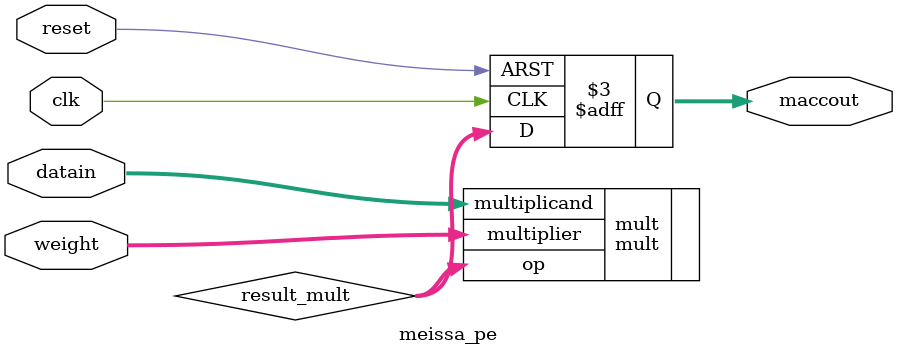
<source format=v>
`default_nettype none

module meissa_pe#(
    parameter
        ROW_WIDTH    = 9,
        DATA_WIDTH   = 16,
        MAC_WIDTH    = DATA_WIDTH*2
)(
    input wire                      clk,
    input wire                      reset,
    input wire [DATA_WIDTH-1:0]     datain,
    input wire [DATA_WIDTH-1:0]     weight,
    
    output reg [MAC_WIDTH-1:0]      maccout
);

    wire [MAC_WIDTH-1:0]result_mult;
    
    mult #(
        .ROW_WIDTH        (ROW_WIDTH),
        .DATA_WIDTH       (DATA_WIDTH),
        .MAC_WIDTH        (MAC_WIDTH)  
    ) mult (
        .multiplicand     (datain),
        .multiplier       (weight), 
        .op               (result_mult)
    );
    
    always@(posedge clk or negedge reset)begin
        if(!reset)begin
            maccout <= 0;
        end
        else begin
            maccout <= result_mult;
        end
    end
    
endmodule

</source>
